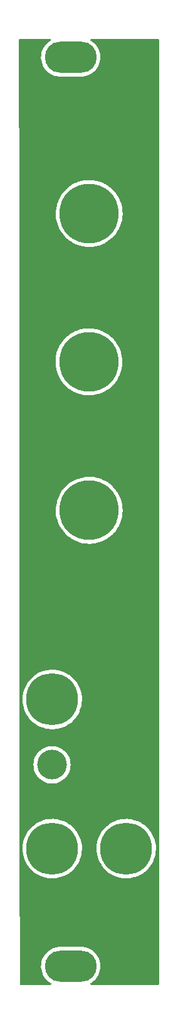
<source format=gbr>
%TF.GenerationSoftware,KiCad,Pcbnew,6.0.11+dfsg-1~bpo11+1*%
%TF.CreationDate,2023-04-14T10:24:36+08:00*%
%TF.ProjectId,MiniVerb - Front,4d696e69-5665-4726-9220-2d2046726f6e,rev?*%
%TF.SameCoordinates,Original*%
%TF.FileFunction,Copper,L1,Top*%
%TF.FilePolarity,Positive*%
%FSLAX46Y46*%
G04 Gerber Fmt 4.6, Leading zero omitted, Abs format (unit mm)*
G04 Created by KiCad (PCBNEW 6.0.11+dfsg-1~bpo11+1) date 2023-04-14 10:24:36*
%MOMM*%
%LPD*%
G01*
G04 APERTURE LIST*
%TA.AperFunction,ComponentPad*%
%ADD10O,7.000000X4.200000*%
%TD*%
%TA.AperFunction,ComponentPad*%
%ADD11C,7.000000*%
%TD*%
%TA.AperFunction,ComponentPad*%
%ADD12C,8.000000*%
%TD*%
%TA.AperFunction,ViaPad*%
%ADD13C,4.000000*%
%TD*%
G04 APERTURE END LIST*
D10*
%TO.P,REF\u002A\u002A,*%
%TO.N,*%
X139649067Y-162545933D03*
X139649067Y-40045933D03*
%TD*%
D11*
%TO.P,REF\u002A\u002A,*%
%TO.N,*%
X137149067Y-126595933D03*
%TD*%
D12*
%TO.P,REF\u002A\u002A,*%
%TO.N,*%
X142149067Y-61095933D03*
%TD*%
%TO.P,REF\u002A\u002A,*%
%TO.N,*%
X142149067Y-101095933D03*
%TD*%
D11*
%TO.P,REF\u002A\u002A,*%
%TO.N,*%
X147149067Y-146695933D03*
%TD*%
%TO.P,REF\u002A\u002A,*%
%TO.N,*%
X137149067Y-146695933D03*
%TD*%
D12*
%TO.P,REF\u002A\u002A,*%
%TO.N,*%
X142099067Y-81095933D03*
%TD*%
D13*
%TO.N,*%
X137125000Y-135400000D03*
%TD*%
%TA.AperFunction,NonConductor*%
G36*
X136927348Y-37584435D02*
G01*
X136973841Y-37638091D01*
X136983945Y-37708365D01*
X136954451Y-37772945D01*
X136925062Y-37797866D01*
X136833291Y-37854104D01*
X136750050Y-37905114D01*
X136747046Y-37907504D01*
X136747041Y-37907507D01*
X136578437Y-38041621D01*
X136500323Y-38103756D01*
X136276666Y-38331351D01*
X136274321Y-38334407D01*
X136137262Y-38513026D01*
X136082413Y-38584506D01*
X135920460Y-38859448D01*
X135793221Y-39152078D01*
X135702593Y-39458033D01*
X135649927Y-39772752D01*
X135636008Y-40091544D01*
X135661044Y-40409656D01*
X135724661Y-40722345D01*
X135825912Y-41024951D01*
X135963286Y-41312962D01*
X136134736Y-41582084D01*
X136137179Y-41585047D01*
X136137180Y-41585049D01*
X136284083Y-41763256D01*
X136337706Y-41828306D01*
X136569169Y-42047957D01*
X136825676Y-42237762D01*
X136829009Y-42239648D01*
X136829014Y-42239651D01*
X136988171Y-42329698D01*
X137103403Y-42394893D01*
X137106946Y-42396360D01*
X137106951Y-42396363D01*
X137284099Y-42469739D01*
X137398209Y-42517005D01*
X137500599Y-42545400D01*
X137701983Y-42601250D01*
X137701991Y-42601252D01*
X137705699Y-42602280D01*
X138021289Y-42649445D01*
X138024587Y-42649589D01*
X138134157Y-42654373D01*
X138134161Y-42654373D01*
X138135533Y-42654433D01*
X141130114Y-42654433D01*
X141367567Y-42639910D01*
X141371350Y-42639209D01*
X141371357Y-42639208D01*
X141524443Y-42610834D01*
X141681319Y-42581759D01*
X141891367Y-42515531D01*
X141981974Y-42486963D01*
X141981977Y-42486962D01*
X141985646Y-42485805D01*
X141989143Y-42484211D01*
X141989149Y-42484209D01*
X142272503Y-42355078D01*
X142272507Y-42355076D01*
X142276011Y-42353479D01*
X142461761Y-42239651D01*
X142544806Y-42188761D01*
X142544809Y-42188759D01*
X142548084Y-42186752D01*
X142551088Y-42184362D01*
X142551093Y-42184359D01*
X142794800Y-41990505D01*
X142797811Y-41988110D01*
X143021468Y-41760515D01*
X143158383Y-41582084D01*
X143213371Y-41510423D01*
X143213373Y-41510419D01*
X143215721Y-41507360D01*
X143377674Y-41232418D01*
X143504913Y-40939788D01*
X143595541Y-40633833D01*
X143648207Y-40319114D01*
X143662126Y-40000322D01*
X143637090Y-39682210D01*
X143573473Y-39369521D01*
X143472222Y-39066915D01*
X143334848Y-38778904D01*
X143163398Y-38509782D01*
X143016311Y-38331351D01*
X142962871Y-38266523D01*
X142962867Y-38266518D01*
X142960428Y-38263560D01*
X142728965Y-38043909D01*
X142472458Y-37854104D01*
X142469125Y-37852218D01*
X142469120Y-37852215D01*
X142377003Y-37800098D01*
X142327564Y-37749145D01*
X142313520Y-37679551D01*
X142339330Y-37613412D01*
X142396801Y-37571727D01*
X142439049Y-37564433D01*
X151473067Y-37564433D01*
X151541188Y-37584435D01*
X151587681Y-37638091D01*
X151599067Y-37690433D01*
X151599067Y-164919933D01*
X151579065Y-164988054D01*
X151525409Y-165034547D01*
X151473067Y-165045933D01*
X142408717Y-165045933D01*
X142340596Y-165025931D01*
X142294103Y-164972275D01*
X142283999Y-164902001D01*
X142313493Y-164837421D01*
X142342882Y-164812500D01*
X142346525Y-164810268D01*
X142461761Y-164739651D01*
X142544806Y-164688761D01*
X142544809Y-164688759D01*
X142548084Y-164686752D01*
X142551088Y-164684362D01*
X142551093Y-164684359D01*
X142794800Y-164490505D01*
X142797811Y-164488110D01*
X143021468Y-164260515D01*
X143158383Y-164082084D01*
X143213371Y-164010423D01*
X143213373Y-164010419D01*
X143215721Y-164007360D01*
X143377674Y-163732418D01*
X143504913Y-163439788D01*
X143595541Y-163133833D01*
X143648207Y-162819114D01*
X143662126Y-162500322D01*
X143637090Y-162182210D01*
X143573473Y-161869521D01*
X143472222Y-161566915D01*
X143334848Y-161278904D01*
X143163398Y-161009782D01*
X143016311Y-160831351D01*
X142962871Y-160766523D01*
X142962867Y-160766518D01*
X142960428Y-160763560D01*
X142728965Y-160543909D01*
X142472458Y-160354104D01*
X142469125Y-160352218D01*
X142469120Y-160352215D01*
X142271484Y-160240398D01*
X142194731Y-160196973D01*
X142191188Y-160195506D01*
X142191183Y-160195503D01*
X141972453Y-160104903D01*
X141899925Y-160074861D01*
X141797535Y-160046466D01*
X141596151Y-159990616D01*
X141596143Y-159990614D01*
X141592435Y-159989586D01*
X141276845Y-159942421D01*
X141273547Y-159942277D01*
X141163977Y-159937493D01*
X141163973Y-159937493D01*
X141162601Y-159937433D01*
X138168020Y-159937433D01*
X137930567Y-159951956D01*
X137926784Y-159952657D01*
X137926777Y-159952658D01*
X137773691Y-159981031D01*
X137616815Y-160010107D01*
X137435558Y-160067257D01*
X137316160Y-160104903D01*
X137316157Y-160104904D01*
X137312488Y-160106061D01*
X137308991Y-160107655D01*
X137308985Y-160107657D01*
X137025631Y-160236788D01*
X137025627Y-160236790D01*
X137022123Y-160238387D01*
X137018844Y-160240397D01*
X137018841Y-160240398D01*
X136833291Y-160354104D01*
X136750050Y-160405114D01*
X136747046Y-160407504D01*
X136747041Y-160407507D01*
X136578437Y-160541621D01*
X136500323Y-160603756D01*
X136276666Y-160831351D01*
X136274321Y-160834407D01*
X136137262Y-161013026D01*
X136082413Y-161084506D01*
X135920460Y-161359448D01*
X135793221Y-161652078D01*
X135702593Y-161958033D01*
X135649927Y-162272752D01*
X135636008Y-162591544D01*
X135661044Y-162909656D01*
X135724661Y-163222345D01*
X135825912Y-163524951D01*
X135963286Y-163812962D01*
X136134736Y-164082084D01*
X136137179Y-164085047D01*
X136137180Y-164085049D01*
X136284083Y-164263256D01*
X136337706Y-164328306D01*
X136569169Y-164547957D01*
X136825676Y-164737762D01*
X136829009Y-164739648D01*
X136829014Y-164739651D01*
X136953829Y-164810268D01*
X137003268Y-164861222D01*
X137017312Y-164930815D01*
X136991501Y-164996954D01*
X136934031Y-165038639D01*
X136891783Y-165045933D01*
X132893073Y-165045933D01*
X132824952Y-165025931D01*
X132778459Y-164972275D01*
X132767073Y-164920031D01*
X132752847Y-146639898D01*
X133136124Y-146639898D01*
X133149808Y-147031760D01*
X133201666Y-147420417D01*
X133291203Y-147802158D01*
X133417563Y-148173340D01*
X133579542Y-148530420D01*
X133775592Y-148869989D01*
X133777381Y-148872487D01*
X133777383Y-148872491D01*
X133877114Y-149011793D01*
X134003843Y-149188807D01*
X134262116Y-149483829D01*
X134547945Y-149752241D01*
X134858603Y-149991479D01*
X134861206Y-149993106D01*
X134861211Y-149993109D01*
X134980643Y-150067738D01*
X135191123Y-150199261D01*
X135542333Y-150373603D01*
X135908879Y-150512840D01*
X136287262Y-150615645D01*
X136585486Y-150666086D01*
X136670850Y-150680524D01*
X136670853Y-150680524D01*
X136673872Y-150681035D01*
X136828511Y-150691849D01*
X137061952Y-150708173D01*
X137061960Y-150708173D01*
X137065018Y-150708387D01*
X137317104Y-150701346D01*
X137453892Y-150697525D01*
X137453895Y-150697525D01*
X137456966Y-150697439D01*
X137460019Y-150697053D01*
X137460023Y-150697053D01*
X137601643Y-150679162D01*
X137845975Y-150648295D01*
X137848979Y-150647613D01*
X137848982Y-150647612D01*
X138225336Y-150562107D01*
X138225342Y-150562105D01*
X138228332Y-150561426D01*
X138231251Y-150560455D01*
X138597463Y-150438633D01*
X138597469Y-150438631D01*
X138600387Y-150437660D01*
X138741802Y-150374698D01*
X138955789Y-150279425D01*
X138955795Y-150279422D01*
X138958589Y-150278178D01*
X138961258Y-150276662D01*
X139296851Y-150086019D01*
X139296857Y-150086016D01*
X139299519Y-150084503D01*
X139619922Y-149858483D01*
X139916741Y-149602277D01*
X140187141Y-149318328D01*
X140428542Y-149009348D01*
X140638641Y-148678287D01*
X140815430Y-148328303D01*
X140875536Y-148173340D01*
X140956108Y-147965614D01*
X140956111Y-147965605D01*
X140957223Y-147962738D01*
X141062667Y-147585081D01*
X141130755Y-147198937D01*
X141160836Y-146807992D01*
X141162401Y-146695933D01*
X141159661Y-146639898D01*
X143136124Y-146639898D01*
X143149808Y-147031760D01*
X143201666Y-147420417D01*
X143291203Y-147802158D01*
X143417563Y-148173340D01*
X143579542Y-148530420D01*
X143775592Y-148869989D01*
X143777381Y-148872487D01*
X143777383Y-148872491D01*
X143877114Y-149011793D01*
X144003843Y-149188807D01*
X144262116Y-149483829D01*
X144547945Y-149752241D01*
X144858603Y-149991479D01*
X144861206Y-149993106D01*
X144861211Y-149993109D01*
X144980643Y-150067738D01*
X145191123Y-150199261D01*
X145542333Y-150373603D01*
X145908879Y-150512840D01*
X146287262Y-150615645D01*
X146585486Y-150666086D01*
X146670850Y-150680524D01*
X146670853Y-150680524D01*
X146673872Y-150681035D01*
X146828511Y-150691849D01*
X147061952Y-150708173D01*
X147061960Y-150708173D01*
X147065018Y-150708387D01*
X147317104Y-150701346D01*
X147453892Y-150697525D01*
X147453895Y-150697525D01*
X147456966Y-150697439D01*
X147460019Y-150697053D01*
X147460023Y-150697053D01*
X147601643Y-150679162D01*
X147845975Y-150648295D01*
X147848979Y-150647613D01*
X147848982Y-150647612D01*
X148225336Y-150562107D01*
X148225342Y-150562105D01*
X148228332Y-150561426D01*
X148231251Y-150560455D01*
X148597463Y-150438633D01*
X148597469Y-150438631D01*
X148600387Y-150437660D01*
X148741802Y-150374698D01*
X148955789Y-150279425D01*
X148955795Y-150279422D01*
X148958589Y-150278178D01*
X148961258Y-150276662D01*
X149296851Y-150086019D01*
X149296857Y-150086016D01*
X149299519Y-150084503D01*
X149619922Y-149858483D01*
X149916741Y-149602277D01*
X150187141Y-149318328D01*
X150428542Y-149009348D01*
X150638641Y-148678287D01*
X150815430Y-148328303D01*
X150875536Y-148173340D01*
X150956108Y-147965614D01*
X150956111Y-147965605D01*
X150957223Y-147962738D01*
X151062667Y-147585081D01*
X151130755Y-147198937D01*
X151160836Y-146807992D01*
X151162401Y-146695933D01*
X151159661Y-146639898D01*
X151143397Y-146307373D01*
X151143247Y-146304300D01*
X151085968Y-145916406D01*
X150991110Y-145535952D01*
X150859579Y-145166570D01*
X150692631Y-144811787D01*
X150691064Y-144809158D01*
X150691059Y-144809149D01*
X150493428Y-144477622D01*
X150491858Y-144474988D01*
X150490044Y-144472528D01*
X150490039Y-144472520D01*
X150261000Y-144161859D01*
X150260998Y-144161856D01*
X150259178Y-144159388D01*
X149996811Y-143868001D01*
X149707262Y-143603606D01*
X149393295Y-143368728D01*
X149345082Y-143339529D01*
X149060534Y-143167200D01*
X149060525Y-143167195D01*
X149057906Y-143165609D01*
X148704296Y-142996188D01*
X148701406Y-142995136D01*
X148701401Y-142995134D01*
X148338741Y-142863137D01*
X148338738Y-142863136D01*
X148335842Y-142862082D01*
X148059630Y-142791162D01*
X147959044Y-142765336D01*
X147959041Y-142765335D01*
X147956060Y-142764570D01*
X147568575Y-142704584D01*
X147177085Y-142682697D01*
X147174006Y-142682826D01*
X147174003Y-142682826D01*
X146918255Y-142693545D01*
X146785328Y-142699116D01*
X146782284Y-142699544D01*
X146782282Y-142699544D01*
X146571845Y-142729119D01*
X146397043Y-142753686D01*
X146015936Y-142845886D01*
X145645646Y-142974835D01*
X145289705Y-143139302D01*
X144951513Y-143337718D01*
X144791511Y-143453966D01*
X144636778Y-143566386D01*
X144636772Y-143566391D01*
X144634297Y-143568189D01*
X144632011Y-143570218D01*
X144632008Y-143570221D01*
X144552190Y-143641087D01*
X144341084Y-143828516D01*
X144339005Y-143830761D01*
X144338998Y-143830768D01*
X144076761Y-144113959D01*
X144074675Y-144116212D01*
X143837611Y-144428532D01*
X143632156Y-144762495D01*
X143460270Y-145114913D01*
X143323594Y-145482422D01*
X143223434Y-145861514D01*
X143160744Y-146248571D01*
X143160550Y-146251651D01*
X143160550Y-146251653D01*
X143157045Y-146307373D01*
X143136124Y-146639898D01*
X141159661Y-146639898D01*
X141143397Y-146307373D01*
X141143247Y-146304300D01*
X141085968Y-145916406D01*
X140991110Y-145535952D01*
X140859579Y-145166570D01*
X140692631Y-144811787D01*
X140691064Y-144809158D01*
X140691059Y-144809149D01*
X140493428Y-144477622D01*
X140491858Y-144474988D01*
X140490044Y-144472528D01*
X140490039Y-144472520D01*
X140261000Y-144161859D01*
X140260998Y-144161856D01*
X140259178Y-144159388D01*
X139996811Y-143868001D01*
X139707262Y-143603606D01*
X139393295Y-143368728D01*
X139345082Y-143339529D01*
X139060534Y-143167200D01*
X139060525Y-143167195D01*
X139057906Y-143165609D01*
X138704296Y-142996188D01*
X138701406Y-142995136D01*
X138701401Y-142995134D01*
X138338741Y-142863137D01*
X138338738Y-142863136D01*
X138335842Y-142862082D01*
X138059630Y-142791162D01*
X137959044Y-142765336D01*
X137959041Y-142765335D01*
X137956060Y-142764570D01*
X137568575Y-142704584D01*
X137177085Y-142682697D01*
X137174006Y-142682826D01*
X137174003Y-142682826D01*
X136918255Y-142693545D01*
X136785328Y-142699116D01*
X136782284Y-142699544D01*
X136782282Y-142699544D01*
X136571845Y-142729119D01*
X136397043Y-142753686D01*
X136015936Y-142845886D01*
X135645646Y-142974835D01*
X135289705Y-143139302D01*
X134951513Y-143337718D01*
X134791511Y-143453966D01*
X134636778Y-143566386D01*
X134636772Y-143566391D01*
X134634297Y-143568189D01*
X134632011Y-143570218D01*
X134632008Y-143570221D01*
X134552190Y-143641087D01*
X134341084Y-143828516D01*
X134339005Y-143830761D01*
X134338998Y-143830768D01*
X134076761Y-144113959D01*
X134074675Y-144116212D01*
X133837611Y-144428532D01*
X133632156Y-144762495D01*
X133460270Y-145114913D01*
X133323594Y-145482422D01*
X133223434Y-145861514D01*
X133160744Y-146248571D01*
X133160550Y-146251651D01*
X133160550Y-146251653D01*
X133157045Y-146307373D01*
X133136124Y-146639898D01*
X132752847Y-146639898D01*
X132744100Y-135400000D01*
X134611540Y-135400000D01*
X134631359Y-135715020D01*
X134690505Y-136025072D01*
X134788044Y-136325266D01*
X134789731Y-136328852D01*
X134789733Y-136328856D01*
X134920750Y-136607283D01*
X134920754Y-136607290D01*
X134922438Y-136610869D01*
X135091568Y-136877375D01*
X135292767Y-137120582D01*
X135522860Y-137336654D01*
X135778221Y-137522184D01*
X136054821Y-137674247D01*
X136058490Y-137675700D01*
X136058495Y-137675702D01*
X136344628Y-137788990D01*
X136348298Y-137790443D01*
X136654025Y-137868940D01*
X136967179Y-137908500D01*
X137282821Y-137908500D01*
X137595975Y-137868940D01*
X137901702Y-137790443D01*
X137905372Y-137788990D01*
X138191505Y-137675702D01*
X138191510Y-137675700D01*
X138195179Y-137674247D01*
X138471779Y-137522184D01*
X138727140Y-137336654D01*
X138957233Y-137120582D01*
X139158432Y-136877375D01*
X139327562Y-136610869D01*
X139329246Y-136607290D01*
X139329250Y-136607283D01*
X139460267Y-136328856D01*
X139460269Y-136328852D01*
X139461956Y-136325266D01*
X139559495Y-136025072D01*
X139618641Y-135715020D01*
X139638460Y-135400000D01*
X139618641Y-135084980D01*
X139559495Y-134774928D01*
X139461956Y-134474734D01*
X139460267Y-134471144D01*
X139329250Y-134192717D01*
X139329246Y-134192710D01*
X139327562Y-134189131D01*
X139158432Y-133922625D01*
X138957233Y-133679418D01*
X138727140Y-133463346D01*
X138471779Y-133277816D01*
X138195179Y-133125753D01*
X138191510Y-133124300D01*
X138191505Y-133124298D01*
X137905372Y-133011010D01*
X137905371Y-133011010D01*
X137901702Y-133009557D01*
X137595975Y-132931060D01*
X137282821Y-132891500D01*
X136967179Y-132891500D01*
X136654025Y-132931060D01*
X136348298Y-133009557D01*
X136344629Y-133011010D01*
X136344628Y-133011010D01*
X136058495Y-133124298D01*
X136058490Y-133124300D01*
X136054821Y-133125753D01*
X135778221Y-133277816D01*
X135522860Y-133463346D01*
X135292767Y-133679418D01*
X135091568Y-133922625D01*
X134922438Y-134189131D01*
X134920754Y-134192710D01*
X134920750Y-134192717D01*
X134789733Y-134471144D01*
X134788044Y-134474734D01*
X134690505Y-134774928D01*
X134631359Y-135084980D01*
X134611540Y-135400000D01*
X132744100Y-135400000D01*
X132737205Y-126539898D01*
X133136124Y-126539898D01*
X133149808Y-126931760D01*
X133201666Y-127320417D01*
X133291203Y-127702158D01*
X133417563Y-128073340D01*
X133579542Y-128430420D01*
X133775592Y-128769989D01*
X133777381Y-128772487D01*
X133777383Y-128772491D01*
X133877114Y-128911793D01*
X134003843Y-129088807D01*
X134262116Y-129383829D01*
X134547945Y-129652241D01*
X134858603Y-129891479D01*
X134861206Y-129893106D01*
X134861211Y-129893109D01*
X134980643Y-129967738D01*
X135191123Y-130099261D01*
X135542333Y-130273603D01*
X135908879Y-130412840D01*
X136287262Y-130515645D01*
X136585486Y-130566086D01*
X136670850Y-130580524D01*
X136670853Y-130580524D01*
X136673872Y-130581035D01*
X136828511Y-130591849D01*
X137061952Y-130608173D01*
X137061960Y-130608173D01*
X137065018Y-130608387D01*
X137317104Y-130601346D01*
X137453892Y-130597525D01*
X137453895Y-130597525D01*
X137456966Y-130597439D01*
X137460019Y-130597053D01*
X137460023Y-130597053D01*
X137601643Y-130579162D01*
X137845975Y-130548295D01*
X137848979Y-130547613D01*
X137848982Y-130547612D01*
X138225336Y-130462107D01*
X138225342Y-130462105D01*
X138228332Y-130461426D01*
X138231251Y-130460455D01*
X138597463Y-130338633D01*
X138597469Y-130338631D01*
X138600387Y-130337660D01*
X138741802Y-130274698D01*
X138955789Y-130179425D01*
X138955795Y-130179422D01*
X138958589Y-130178178D01*
X138961258Y-130176662D01*
X139296851Y-129986019D01*
X139296857Y-129986016D01*
X139299519Y-129984503D01*
X139619922Y-129758483D01*
X139916741Y-129502277D01*
X140187141Y-129218328D01*
X140428542Y-128909348D01*
X140638641Y-128578287D01*
X140815430Y-128228303D01*
X140875536Y-128073340D01*
X140956108Y-127865614D01*
X140956111Y-127865605D01*
X140957223Y-127862738D01*
X141062667Y-127485081D01*
X141130755Y-127098937D01*
X141160836Y-126707992D01*
X141162401Y-126595933D01*
X141159661Y-126539898D01*
X141143397Y-126207373D01*
X141143247Y-126204300D01*
X141085968Y-125816406D01*
X140991110Y-125435952D01*
X140859579Y-125066570D01*
X140692631Y-124711787D01*
X140691064Y-124709158D01*
X140691059Y-124709149D01*
X140493428Y-124377622D01*
X140491858Y-124374988D01*
X140490044Y-124372528D01*
X140490039Y-124372520D01*
X140261000Y-124061859D01*
X140260998Y-124061856D01*
X140259178Y-124059388D01*
X139996811Y-123768001D01*
X139707262Y-123503606D01*
X139393295Y-123268728D01*
X139345082Y-123239529D01*
X139060534Y-123067200D01*
X139060525Y-123067195D01*
X139057906Y-123065609D01*
X138704296Y-122896188D01*
X138701406Y-122895136D01*
X138701401Y-122895134D01*
X138338741Y-122763137D01*
X138338738Y-122763136D01*
X138335842Y-122762082D01*
X138059630Y-122691162D01*
X137959044Y-122665336D01*
X137959041Y-122665335D01*
X137956060Y-122664570D01*
X137568575Y-122604584D01*
X137177085Y-122582697D01*
X137174006Y-122582826D01*
X137174003Y-122582826D01*
X136918255Y-122593545D01*
X136785328Y-122599116D01*
X136782284Y-122599544D01*
X136782282Y-122599544D01*
X136571845Y-122629119D01*
X136397043Y-122653686D01*
X136015936Y-122745886D01*
X135645646Y-122874835D01*
X135289705Y-123039302D01*
X134951513Y-123237718D01*
X134791511Y-123353966D01*
X134636778Y-123466386D01*
X134636772Y-123466391D01*
X134634297Y-123468189D01*
X134632011Y-123470218D01*
X134632008Y-123470221D01*
X134552190Y-123541087D01*
X134341084Y-123728516D01*
X134339005Y-123730761D01*
X134338998Y-123730768D01*
X134076761Y-124013959D01*
X134074675Y-124016212D01*
X133837611Y-124328532D01*
X133632156Y-124662495D01*
X133460270Y-125014913D01*
X133323594Y-125382422D01*
X133223434Y-125761514D01*
X133160744Y-126148571D01*
X133160550Y-126151651D01*
X133160550Y-126151653D01*
X133157045Y-126207373D01*
X133136124Y-126539898D01*
X132737205Y-126539898D01*
X132717526Y-101253445D01*
X137638500Y-101253445D01*
X137638729Y-101256290D01*
X137638729Y-101256293D01*
X137666532Y-101601843D01*
X137671340Y-101661601D01*
X137741036Y-102065101D01*
X137847016Y-102460624D01*
X137988407Y-102844913D01*
X138164046Y-103214807D01*
X138281327Y-103413119D01*
X138342540Y-103516624D01*
X138372485Y-103567259D01*
X138612011Y-103899369D01*
X138880651Y-104208404D01*
X139176193Y-104491819D01*
X139178411Y-104493589D01*
X139178416Y-104493594D01*
X139336200Y-104619551D01*
X139496206Y-104747282D01*
X139498587Y-104748852D01*
X139788549Y-104940046D01*
X139838056Y-104972690D01*
X139840586Y-104974046D01*
X139840585Y-104974046D01*
X140147407Y-105138563D01*
X140198927Y-105166188D01*
X140575851Y-105326183D01*
X140578589Y-105327062D01*
X140962998Y-105450482D01*
X140963002Y-105450483D01*
X140965724Y-105451357D01*
X140968514Y-105451981D01*
X140968519Y-105451982D01*
X141362544Y-105540058D01*
X141362555Y-105540060D01*
X141365338Y-105540682D01*
X141771402Y-105593420D01*
X142180576Y-105609139D01*
X142183438Y-105608989D01*
X142183439Y-105608989D01*
X142586633Y-105587859D01*
X142586640Y-105587858D01*
X142589489Y-105587709D01*
X142592312Y-105587302D01*
X142592314Y-105587302D01*
X142991956Y-105529713D01*
X142991963Y-105529712D01*
X142994778Y-105529306D01*
X143393105Y-105434411D01*
X143395803Y-105433503D01*
X143395810Y-105433501D01*
X143778481Y-105304718D01*
X143778487Y-105304716D01*
X143781193Y-105303805D01*
X144155846Y-105138563D01*
X144513981Y-104940046D01*
X144852650Y-104709887D01*
X145169065Y-104449980D01*
X145171103Y-104447971D01*
X145171110Y-104447964D01*
X145416228Y-104206244D01*
X145460622Y-104162466D01*
X145466328Y-104155714D01*
X145723075Y-103851896D01*
X145723080Y-103851890D01*
X145724921Y-103849711D01*
X145959786Y-103514289D01*
X146163284Y-103158960D01*
X146305882Y-102847500D01*
X146332552Y-102789249D01*
X146332555Y-102789240D01*
X146333741Y-102786651D01*
X146469752Y-102400425D01*
X146570200Y-102003461D01*
X146634256Y-101599028D01*
X146661393Y-101190453D01*
X146662383Y-101095933D01*
X146643808Y-100686880D01*
X146588236Y-100281193D01*
X146496124Y-99882213D01*
X146490527Y-99865188D01*
X146369124Y-99495938D01*
X146369121Y-99495931D01*
X146368231Y-99493223D01*
X146205609Y-99117425D01*
X146009596Y-98757913D01*
X145929257Y-98637904D01*
X145783399Y-98420023D01*
X145783391Y-98420012D01*
X145781807Y-98417646D01*
X145524116Y-98099424D01*
X145345449Y-97915696D01*
X145240634Y-97807913D01*
X145240630Y-97807909D01*
X145238644Y-97805867D01*
X145236486Y-97804017D01*
X145236476Y-97804008D01*
X144929916Y-97541254D01*
X144929911Y-97541250D01*
X144927742Y-97539391D01*
X144925411Y-97537734D01*
X144925404Y-97537729D01*
X144719730Y-97391565D01*
X144593967Y-97302190D01*
X144367412Y-97170332D01*
X144242541Y-97097655D01*
X144242536Y-97097652D01*
X144240068Y-97096216D01*
X144005913Y-96987028D01*
X143871554Y-96924375D01*
X143871544Y-96924371D01*
X143868958Y-96923165D01*
X143866261Y-96922194D01*
X143486381Y-96785428D01*
X143486372Y-96785425D01*
X143483691Y-96784460D01*
X143221314Y-96716116D01*
X143090207Y-96681965D01*
X143090201Y-96681964D01*
X143087438Y-96681244D01*
X142683462Y-96614366D01*
X142680619Y-96614157D01*
X142680617Y-96614157D01*
X142277932Y-96584586D01*
X142275086Y-96584377D01*
X142105110Y-96587344D01*
X141868525Y-96591473D01*
X141868520Y-96591473D01*
X141865674Y-96591523D01*
X141862841Y-96591831D01*
X141862837Y-96591831D01*
X141533963Y-96627558D01*
X141458594Y-96635746D01*
X141057197Y-96716682D01*
X141054469Y-96717495D01*
X141054458Y-96717498D01*
X140741934Y-96810666D01*
X140664788Y-96833664D01*
X140662127Y-96834728D01*
X140662125Y-96834729D01*
X140437994Y-96924375D01*
X140284596Y-96985730D01*
X140282049Y-96987028D01*
X139922294Y-97170332D01*
X139922289Y-97170335D01*
X139919751Y-97171628D01*
X139573256Y-97389827D01*
X139247963Y-97638532D01*
X138946550Y-97915696D01*
X138671497Y-98219037D01*
X138425069Y-98546058D01*
X138209294Y-98894068D01*
X138208014Y-98896624D01*
X138208009Y-98896633D01*
X138098702Y-99114915D01*
X138025948Y-99260202D01*
X138024907Y-99262858D01*
X138024904Y-99262865D01*
X137934628Y-99493223D01*
X137876540Y-99641446D01*
X137875748Y-99644173D01*
X137875744Y-99644184D01*
X137805782Y-99884996D01*
X137762300Y-100034662D01*
X137684168Y-100436614D01*
X137642788Y-100843993D01*
X137638500Y-101253445D01*
X132717526Y-101253445D01*
X132705130Y-85325063D01*
X132701961Y-81253445D01*
X137588500Y-81253445D01*
X137588729Y-81256290D01*
X137588729Y-81256293D01*
X137616532Y-81601843D01*
X137621340Y-81661601D01*
X137691036Y-82065101D01*
X137797016Y-82460624D01*
X137938407Y-82844913D01*
X138114046Y-83214807D01*
X138231327Y-83413119D01*
X138292540Y-83516624D01*
X138322485Y-83567259D01*
X138562011Y-83899369D01*
X138830651Y-84208404D01*
X139126193Y-84491819D01*
X139128411Y-84493589D01*
X139128416Y-84493594D01*
X139286200Y-84619551D01*
X139446206Y-84747282D01*
X139448587Y-84748852D01*
X139738549Y-84940046D01*
X139788056Y-84972690D01*
X139790586Y-84974046D01*
X139790585Y-84974046D01*
X140097407Y-85138563D01*
X140148927Y-85166188D01*
X140525851Y-85326183D01*
X140528589Y-85327062D01*
X140912998Y-85450482D01*
X140913002Y-85450483D01*
X140915724Y-85451357D01*
X140918514Y-85451981D01*
X140918519Y-85451982D01*
X141312544Y-85540058D01*
X141312555Y-85540060D01*
X141315338Y-85540682D01*
X141721402Y-85593420D01*
X142130576Y-85609139D01*
X142133438Y-85608989D01*
X142133439Y-85608989D01*
X142536633Y-85587859D01*
X142536640Y-85587858D01*
X142539489Y-85587709D01*
X142542312Y-85587302D01*
X142542314Y-85587302D01*
X142941956Y-85529713D01*
X142941963Y-85529712D01*
X142944778Y-85529306D01*
X143343105Y-85434411D01*
X143345803Y-85433503D01*
X143345810Y-85433501D01*
X143728481Y-85304718D01*
X143728487Y-85304716D01*
X143731193Y-85303805D01*
X144105846Y-85138563D01*
X144463981Y-84940046D01*
X144802650Y-84709887D01*
X145119065Y-84449980D01*
X145121103Y-84447971D01*
X145121110Y-84447964D01*
X145366228Y-84206244D01*
X145410622Y-84162466D01*
X145416328Y-84155714D01*
X145673075Y-83851896D01*
X145673080Y-83851890D01*
X145674921Y-83849711D01*
X145909786Y-83514289D01*
X146113284Y-83158960D01*
X146255882Y-82847500D01*
X146282552Y-82789249D01*
X146282555Y-82789240D01*
X146283741Y-82786651D01*
X146419752Y-82400425D01*
X146520200Y-82003461D01*
X146584256Y-81599028D01*
X146611393Y-81190453D01*
X146612383Y-81095933D01*
X146593808Y-80686880D01*
X146538236Y-80281193D01*
X146446124Y-79882213D01*
X146440527Y-79865188D01*
X146319124Y-79495938D01*
X146319121Y-79495931D01*
X146318231Y-79493223D01*
X146155609Y-79117425D01*
X145959596Y-78757913D01*
X145879257Y-78637904D01*
X145733399Y-78420023D01*
X145733391Y-78420012D01*
X145731807Y-78417646D01*
X145474116Y-78099424D01*
X145295449Y-77915696D01*
X145190634Y-77807913D01*
X145190630Y-77807909D01*
X145188644Y-77805867D01*
X145186486Y-77804017D01*
X145186476Y-77804008D01*
X144879916Y-77541254D01*
X144879911Y-77541250D01*
X144877742Y-77539391D01*
X144875411Y-77537734D01*
X144875404Y-77537729D01*
X144669730Y-77391565D01*
X144543967Y-77302190D01*
X144317412Y-77170332D01*
X144192541Y-77097655D01*
X144192536Y-77097652D01*
X144190068Y-77096216D01*
X143955913Y-76987028D01*
X143821554Y-76924375D01*
X143821544Y-76924371D01*
X143818958Y-76923165D01*
X143816261Y-76922194D01*
X143436381Y-76785428D01*
X143436372Y-76785425D01*
X143433691Y-76784460D01*
X143171314Y-76716116D01*
X143040207Y-76681965D01*
X143040201Y-76681964D01*
X143037438Y-76681244D01*
X142633462Y-76614366D01*
X142630619Y-76614157D01*
X142630617Y-76614157D01*
X142227932Y-76584586D01*
X142225086Y-76584377D01*
X142055110Y-76587344D01*
X141818525Y-76591473D01*
X141818520Y-76591473D01*
X141815674Y-76591523D01*
X141812841Y-76591831D01*
X141812837Y-76591831D01*
X141483963Y-76627558D01*
X141408594Y-76635746D01*
X141007197Y-76716682D01*
X141004469Y-76717495D01*
X141004458Y-76717498D01*
X140691934Y-76810666D01*
X140614788Y-76833664D01*
X140612127Y-76834728D01*
X140612125Y-76834729D01*
X140387994Y-76924375D01*
X140234596Y-76985730D01*
X140232049Y-76987028D01*
X139872294Y-77170332D01*
X139872289Y-77170335D01*
X139869751Y-77171628D01*
X139523256Y-77389827D01*
X139197963Y-77638532D01*
X138896550Y-77915696D01*
X138621497Y-78219037D01*
X138375069Y-78546058D01*
X138159294Y-78894068D01*
X138158014Y-78896624D01*
X138158009Y-78896633D01*
X138048702Y-79114915D01*
X137975948Y-79260202D01*
X137974907Y-79262858D01*
X137974904Y-79262865D01*
X137884628Y-79493223D01*
X137826540Y-79641446D01*
X137825748Y-79644173D01*
X137825744Y-79644184D01*
X137755782Y-79884996D01*
X137712300Y-80034662D01*
X137634168Y-80436614D01*
X137592788Y-80843993D01*
X137588500Y-81253445D01*
X132701961Y-81253445D01*
X132686397Y-61253445D01*
X137638500Y-61253445D01*
X137638729Y-61256290D01*
X137638729Y-61256293D01*
X137666532Y-61601843D01*
X137671340Y-61661601D01*
X137741036Y-62065101D01*
X137847016Y-62460624D01*
X137988407Y-62844913D01*
X138164046Y-63214807D01*
X138281327Y-63413119D01*
X138342540Y-63516624D01*
X138372485Y-63567259D01*
X138612011Y-63899369D01*
X138880651Y-64208404D01*
X139176193Y-64491819D01*
X139178411Y-64493589D01*
X139178416Y-64493594D01*
X139336199Y-64619550D01*
X139496206Y-64747282D01*
X139498587Y-64748852D01*
X139788549Y-64940046D01*
X139838056Y-64972690D01*
X139840586Y-64974046D01*
X139840585Y-64974046D01*
X140147407Y-65138563D01*
X140198927Y-65166188D01*
X140575851Y-65326183D01*
X140578589Y-65327062D01*
X140962998Y-65450482D01*
X140963002Y-65450483D01*
X140965724Y-65451357D01*
X140968514Y-65451981D01*
X140968519Y-65451982D01*
X141362544Y-65540058D01*
X141362555Y-65540060D01*
X141365338Y-65540682D01*
X141771402Y-65593420D01*
X142180576Y-65609139D01*
X142183438Y-65608989D01*
X142183439Y-65608989D01*
X142586633Y-65587859D01*
X142586640Y-65587858D01*
X142589489Y-65587709D01*
X142592312Y-65587302D01*
X142592314Y-65587302D01*
X142991956Y-65529713D01*
X142991963Y-65529712D01*
X142994778Y-65529306D01*
X143393105Y-65434411D01*
X143395803Y-65433503D01*
X143395810Y-65433501D01*
X143778481Y-65304718D01*
X143778487Y-65304716D01*
X143781193Y-65303805D01*
X144155846Y-65138563D01*
X144513981Y-64940046D01*
X144852650Y-64709887D01*
X145169065Y-64449980D01*
X145171103Y-64447971D01*
X145171110Y-64447964D01*
X145416228Y-64206244D01*
X145460622Y-64162466D01*
X145466328Y-64155714D01*
X145723075Y-63851896D01*
X145723080Y-63851890D01*
X145724921Y-63849711D01*
X145959786Y-63514289D01*
X146163284Y-63158960D01*
X146305882Y-62847500D01*
X146332552Y-62789249D01*
X146332555Y-62789240D01*
X146333741Y-62786651D01*
X146469752Y-62400425D01*
X146570200Y-62003461D01*
X146634256Y-61599028D01*
X146661393Y-61190453D01*
X146662383Y-61095933D01*
X146643808Y-60686880D01*
X146588236Y-60281193D01*
X146496124Y-59882213D01*
X146490527Y-59865188D01*
X146369124Y-59495938D01*
X146369121Y-59495931D01*
X146368231Y-59493223D01*
X146205609Y-59117425D01*
X146009596Y-58757913D01*
X145929257Y-58637904D01*
X145783399Y-58420023D01*
X145783391Y-58420012D01*
X145781807Y-58417646D01*
X145524116Y-58099424D01*
X145345449Y-57915696D01*
X145240634Y-57807913D01*
X145240630Y-57807909D01*
X145238644Y-57805867D01*
X145236486Y-57804017D01*
X145236476Y-57804008D01*
X144929916Y-57541254D01*
X144929911Y-57541250D01*
X144927742Y-57539391D01*
X144925411Y-57537734D01*
X144925404Y-57537729D01*
X144719730Y-57391565D01*
X144593967Y-57302190D01*
X144367412Y-57170332D01*
X144242541Y-57097655D01*
X144242536Y-57097652D01*
X144240068Y-57096216D01*
X144005913Y-56987028D01*
X143871554Y-56924375D01*
X143871544Y-56924371D01*
X143868958Y-56923165D01*
X143866261Y-56922194D01*
X143486381Y-56785428D01*
X143486372Y-56785425D01*
X143483691Y-56784460D01*
X143221314Y-56716116D01*
X143090207Y-56681965D01*
X143090201Y-56681964D01*
X143087438Y-56681244D01*
X142683462Y-56614366D01*
X142680619Y-56614157D01*
X142680617Y-56614157D01*
X142277932Y-56584586D01*
X142275086Y-56584377D01*
X142105110Y-56587344D01*
X141868525Y-56591473D01*
X141868520Y-56591473D01*
X141865674Y-56591523D01*
X141862841Y-56591831D01*
X141862837Y-56591831D01*
X141533963Y-56627558D01*
X141458594Y-56635746D01*
X141057197Y-56716682D01*
X141054469Y-56717495D01*
X141054458Y-56717498D01*
X140741934Y-56810666D01*
X140664788Y-56833664D01*
X140662127Y-56834728D01*
X140662125Y-56834729D01*
X140437994Y-56924375D01*
X140284596Y-56985730D01*
X140282049Y-56987028D01*
X139922294Y-57170332D01*
X139922289Y-57170335D01*
X139919751Y-57171628D01*
X139573256Y-57389827D01*
X139247963Y-57638532D01*
X138946550Y-57915696D01*
X138671497Y-58219037D01*
X138425069Y-58546058D01*
X138209294Y-58894068D01*
X138208014Y-58896624D01*
X138208009Y-58896633D01*
X138098702Y-59114915D01*
X138025948Y-59260202D01*
X138024907Y-59262858D01*
X138024904Y-59262865D01*
X137934628Y-59493223D01*
X137876540Y-59641446D01*
X137875748Y-59644173D01*
X137875744Y-59644184D01*
X137805782Y-59884996D01*
X137762300Y-60034662D01*
X137684168Y-60436614D01*
X137642788Y-60843993D01*
X137638500Y-61253445D01*
X132686397Y-61253445D01*
X132668060Y-37690531D01*
X132688009Y-37622395D01*
X132741629Y-37575860D01*
X132794060Y-37564433D01*
X136859227Y-37564433D01*
X136927348Y-37584435D01*
G37*
%TD.AperFunction*%
M02*

</source>
